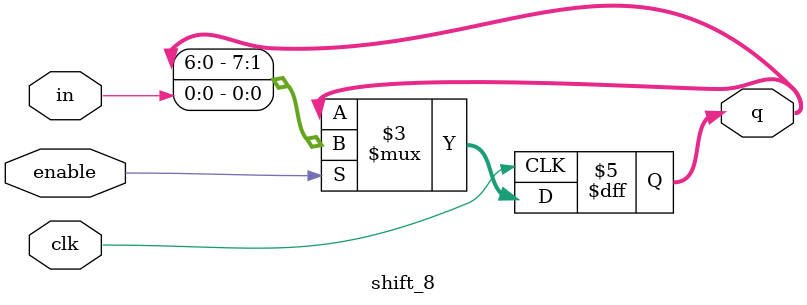
<source format=v>
module top_module (
    input clk,
    input enable,
    input S,
    input A, B, C,
    output Z ); 
    reg [7:0] Q;
    shift_8 b1 (clk, enable, S, Q);
    always @(*) begin
        case({A, B, C})
            3'b000: Z = Q[0];
            3'b001: Z = Q[1];
            3'b010: Z = Q[2];
            3'b011: Z = Q[3];
            3'b100: Z = Q[4];
            3'b101: Z = Q[5];
            3'b110: Z = Q[6];
            3'b111: Z = Q[7];
        endcase
    end
endmodule

module shift_8 (input clk, enable, in, output [7:0] q);
    always @(posedge clk) begin
        if(enable) q <= {q[6:0], in};
    	else q <= q;
    end
    
endmodule

</source>
